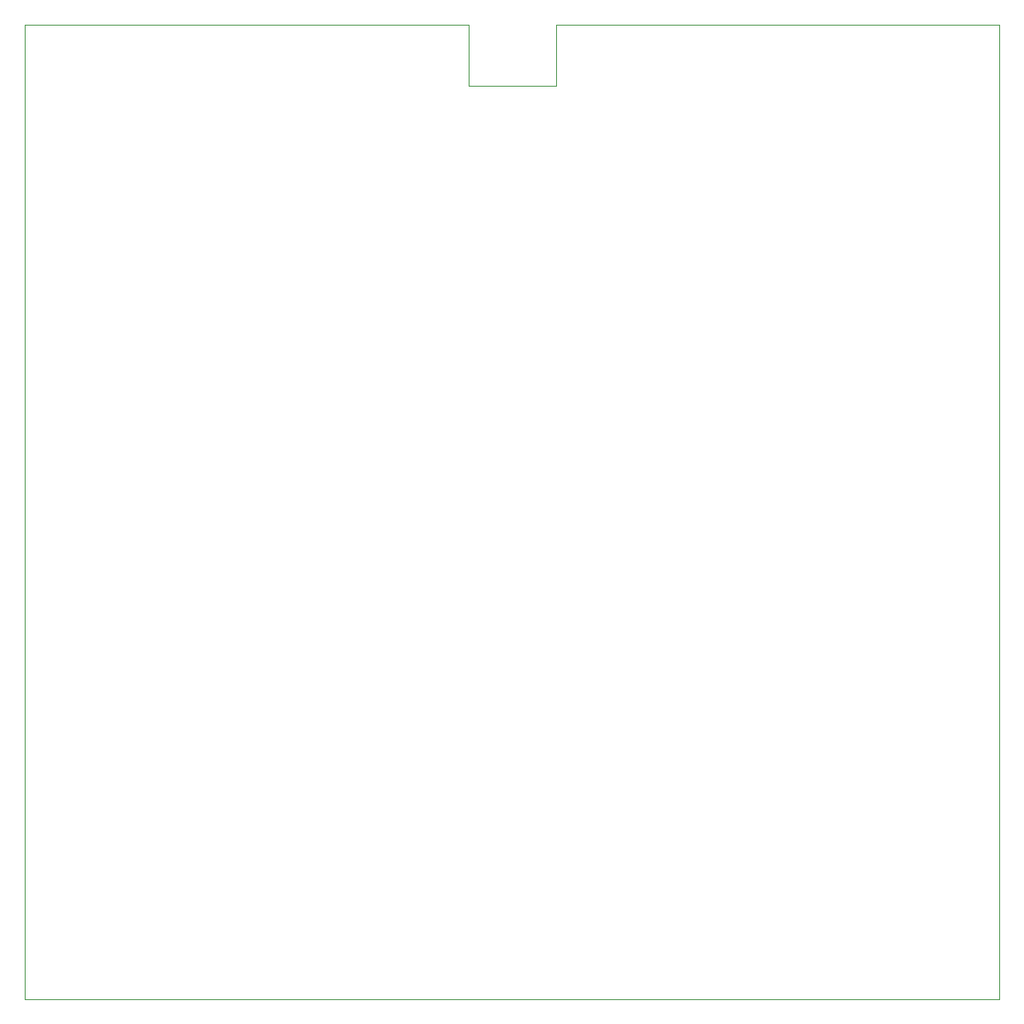
<source format=gm1>
G04 #@! TF.GenerationSoftware,KiCad,Pcbnew,(6.0.5)*
G04 #@! TF.CreationDate,2022-06-26T21:29:14+02:00*
G04 #@! TF.ProjectId,5x5x2-part2,35783578-322d-4706-9172-74322e6b6963,rev?*
G04 #@! TF.SameCoordinates,Original*
G04 #@! TF.FileFunction,Profile,NP*
%FSLAX46Y46*%
G04 Gerber Fmt 4.6, Leading zero omitted, Abs format (unit mm)*
G04 Created by KiCad (PCBNEW (6.0.5)) date 2022-06-26 21:29:14*
%MOMM*%
%LPD*%
G01*
G04 APERTURE LIST*
G04 #@! TA.AperFunction,Profile*
%ADD10C,0.100000*%
G04 #@! TD*
G04 APERTURE END LIST*
D10*
X240000000Y-38000000D02*
X240000000Y-138000000D01*
X240000000Y-138000000D02*
X140000000Y-138000000D01*
X140000000Y-138000000D02*
X140000000Y-38000000D01*
X194500000Y-38000000D02*
X194500000Y-44300000D01*
X185500000Y-38000000D02*
X140000000Y-38000000D01*
X194500000Y-38000000D02*
X240000000Y-38000000D01*
X194500000Y-44300000D02*
X185500000Y-44300000D01*
X185500000Y-44300000D02*
X185500000Y-38000000D01*
M02*

</source>
